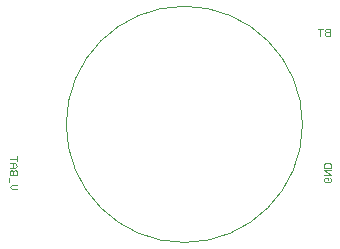
<source format=gbo>
G04*
G04 #@! TF.GenerationSoftware,Altium Limited,Altium Designer,18.1.6 (161)*
G04*
G04 Layer_Color=32896*
%FSLAX25Y25*%
%MOIN*%
G70*
G01*
G75*
%ADD15C,0.00394*%
D15*
X141732Y102362D02*
G03*
X141732Y102362I-39370J0D01*
G01*
X46554Y80709D02*
X44980D01*
X44193Y81496D01*
X44980Y82283D01*
X46554D01*
X43799Y83070D02*
Y84644D01*
X46554Y85432D02*
X44193D01*
Y86612D01*
X44587Y87006D01*
X44980D01*
X45374Y86612D01*
Y85432D01*
Y86612D01*
X45767Y87006D01*
X46161D01*
X46554Y86612D01*
Y85432D01*
X44193Y87793D02*
X45767D01*
X46554Y88580D01*
X45767Y89367D01*
X44193D01*
X45374D01*
Y87793D01*
X46554Y90154D02*
Y91729D01*
Y90942D01*
X44193D01*
X150885Y84645D02*
X151279Y84252D01*
Y83464D01*
X150885Y83071D01*
X149311D01*
X148917Y83464D01*
Y84252D01*
X149311Y84645D01*
X150098D01*
Y83858D01*
X148917Y85432D02*
X151279D01*
X148917Y87007D01*
X151279D01*
Y87794D02*
X148917D01*
Y88974D01*
X149311Y89368D01*
X150885D01*
X151279Y88974D01*
Y87794D01*
X150787Y134251D02*
Y131890D01*
X149607D01*
X149213Y132283D01*
Y132677D01*
X149607Y133071D01*
X150787D01*
X149607D01*
X149213Y133464D01*
Y133858D01*
X149607Y134251D01*
X150787D01*
X148426D02*
X146852D01*
X147639D01*
Y131890D01*
M02*

</source>
